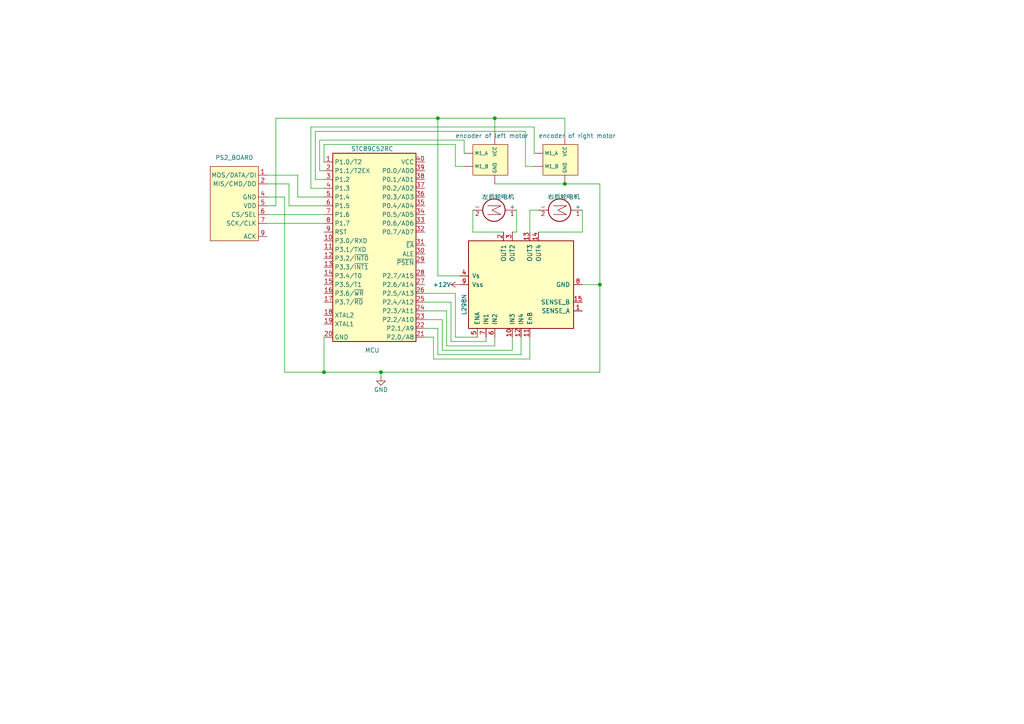
<source format=kicad_sch>
(kicad_sch (version 20211123) (generator eeschema)
  (paper "A4")
  (lib_symbols
    (symbol "Device:Hall-effect_encoders"
      (property "Reference" "U" (at 0 6.35 0))
      (property "Value" "Hall-effect_encoders" (at 0 5.08 0))
      (symbol "Hall-effect_encoders_0_1"
        (rectangle (start -3.81 3.81) (end 6.35 -5.08) (fill (type background)))
      )
      (symbol "Hall-effect_encoders_1_1"
        (pin input line (at 2.54 -7.62 90) (length 2.54) (name "GND") (number ""))
        (pin output line (at -6.35 1.27 0) (length 2.54) (name "M1_A") (number ""))
        (pin output line (at -6.35 -2.54 0) (length 2.54) (name "M1_B") (number ""))
        (pin input line (at 2.54 6.35 270) (length 2.54) (name "VCC") (number ""))
      )
    )
    (symbol "Device:PS2_BOARD"
      (property "Reference" "U" (at 0 -1.27 0))
      (property "Value" "PS2_BOARD" (at 1.27 -2.54 0))
      (symbol "PS2_BOARD_0_1"
        (rectangle (start -7.62 21.59) (end 6.35 0) (fill (type background)))
      )
      (symbol "PS2_BOARD_1_1"
        (pin bidirectional line (at 8.89 19.05 180) (length 2.54) (name "MOS/DATA/DI") (number "1"))
        (pin bidirectional line (at 8.89 16.51 180) (length 2.54) (name "MIS/CMD/DO") (number "2"))
        (pin bidirectional line (at 8.89 12.7 180) (length 2.54) (name "GND") (number "4"))
        (pin bidirectional line (at 8.89 10.16 180) (length 2.54) (name "VDD") (number "5"))
        (pin bidirectional line (at 8.89 7.62 180) (length 2.54) (name "CS/SEL") (number "6"))
        (pin bidirectional line (at 8.89 5.08 180) (length 2.54) (name "SCK/CLK") (number "7"))
        (pin bidirectional line (at 8.89 1.27 180) (length 2.54) (name "ACK") (number "9"))
      )
    )
    (symbol "Driver_Motor:L298N" (pin_names (offset 1.016))
      (property "Reference" "U" (at -10.16 16.51 0))
      (property "Value" "L298N" (at 12.7 16.51 0))
      (symbol "L298N_0_1"
        (rectangle (start -12.7 15.24) (end 12.7 -15.24) (stroke (width 0.254)) (fill (type background)))
      )
      (symbol "L298N_1_1"
        (pin power_in line (at -7.62 -17.78 90) (length 2.54) (name "SENSE_A") (number "1"))
        (pin input line (at -15.24 2.54 0) (length 2.54) (name "IN3") (number "10"))
        (pin input line (at -15.24 -2.54 0) (length 2.54) (name "EnB") (number "11"))
        (pin input line (at -15.24 0 0) (length 2.54) (name "IN4") (number "12"))
        (pin output line (at 15.24 -2.54 180) (length 2.54) (name "OUT3") (number "13"))
        (pin output line (at 15.24 -5.08 180) (length 2.54) (name "OUT4") (number "14"))
        (pin power_in line (at -5.08 -17.78 90) (length 2.54) (name "SENSE_B") (number "15"))
        (pin output line (at 15.24 5.08 180) (length 2.54) (name "OUT1") (number "2"))
        (pin output line (at 15.24 2.54 180) (length 2.54) (name "OUT2") (number "3"))
        (pin power_in line (at 2.54 17.78 270) (length 2.54) (name "Vs") (number "4"))
        (pin input line (at -15.24 12.7 0) (length 2.54) (name "ENA") (number "5"))
        (pin input line (at -15.24 7.62 0) (length 2.54) (name "IN2") (number "6"))
        (pin input line (at -15.24 10.16 0) (length 2.54) (name "IN1") (number "7"))
        (pin power_in line (at 0 -17.78 90) (length 2.54) (name "GND") (number "8"))
        (pin power_in line (at 0 17.78 270) (length 2.54) (name "Vss") (number "9"))
      )
    )
    (symbol "MCU_SiliconLabs:C8052RC"
      (property "Reference" "U" (at -10.16 27.94 0))
      (property "Value" "C8052RC" (at 12.7 27.94 0))
      (symbol "C8052RC_0_1"
        (rectangle (start -13.97 25.4) (end 10.16 -29.21) (stroke (width 0.254)) (fill (type background)))
      )
      (symbol "C8052RC_1_1"
        (pin bidirectional line (at -16.51 22.86 0) (length 2.54) (name "P1.0/T2") (number "1"))
        (pin bidirectional line (at -16.51 0 0) (length 2.54) (name "P3.0/RXD") (number "10"))
        (pin bidirectional line (at -16.51 -2.54 0) (length 2.54) (name "P3.1/TXD") (number "11"))
        (pin bidirectional line (at -16.51 -5.08 0) (length 2.54) (name "P3.2/~{INT0}") (number "12"))
        (pin bidirectional line (at -16.51 -7.62 0) (length 2.54) (name "P3.3/~{INT1}") (number "13"))
        (pin bidirectional line (at -16.51 -10.16 0) (length 2.54) (name "P3.4/T0") (number "14"))
        (pin bidirectional line (at -16.51 -12.7 0) (length 2.54) (name "P3.5/T1") (number "15"))
        (pin bidirectional line (at -16.51 -15.24 0) (length 2.54) (name "P3.6/~{WR}") (number "16"))
        (pin bidirectional line (at -16.51 -17.78 0) (length 2.54) (name "P3.7/~{RD}") (number "17"))
        (pin bidirectional line (at -16.51 -21.59 0) (length 2.54) (name "XTAL2") (number "18"))
        (pin bidirectional line (at -16.51 -24.13 0) (length 2.54) (name "XTAL1") (number "19"))
        (pin bidirectional line (at -16.51 20.32 0) (length 2.54) (name "P1.1/T2EX") (number "2"))
        (pin output line (at -16.51 -27.94 0) (length 2.54) (name "GND") (number "20"))
        (pin bidirectional line (at 12.7 -27.94 180) (length 2.54) (name "P2.0/A8") (number "21"))
        (pin bidirectional line (at 12.7 -25.4 180) (length 2.54) (name "P2.1/A9") (number "22"))
        (pin bidirectional line (at 12.7 -22.86 180) (length 2.54) (name "P2.2/A10") (number "23"))
        (pin bidirectional line (at 12.7 -20.32 180) (length 2.54) (name "P2.3/A11") (number "24"))
        (pin bidirectional line (at 12.7 -17.78 180) (length 2.54) (name "P2.4/A12") (number "25"))
        (pin bidirectional line (at 12.7 -15.24 180) (length 2.54) (name "P2.5/A13") (number "26"))
        (pin bidirectional line (at 12.7 -12.7 180) (length 2.54) (name "P2.6/A14") (number "27"))
        (pin bidirectional line (at 12.7 -10.16 180) (length 2.54) (name "P2.7/A15") (number "28"))
        (pin bidirectional line (at 12.7 -6.35 180) (length 2.54) (name "~{PSEN}") (number "29"))
        (pin bidirectional line (at -16.51 17.78 0) (length 2.54) (name "P1.2") (number "3"))
        (pin bidirectional line (at 12.7 -3.81 180) (length 2.54) (name "ALE") (number "30"))
        (pin bidirectional line (at 12.7 -1.27 180) (length 2.54) (name "~{EA}") (number "31"))
        (pin bidirectional line (at 12.7 2.54 180) (length 2.54) (name "P0.7/AD7") (number "32"))
        (pin bidirectional line (at 12.7 5.08 180) (length 2.54) (name "P0.6/AD6") (number "33"))
        (pin bidirectional line (at 12.7 7.62 180) (length 2.54) (name "P0.5/AD5") (number "34"))
        (pin bidirectional line (at 12.7 10.16 180) (length 2.54) (name "P0.4/AD4") (number "35"))
        (pin bidirectional line (at 12.7 12.7 180) (length 2.54) (name "P0.3/AD3") (number "36"))
        (pin bidirectional line (at 12.7 15.24 180) (length 2.54) (name "P0.2/AD2") (number "37"))
        (pin bidirectional line (at 12.7 17.78 180) (length 2.54) (name "P0.1/AD1") (number "38"))
        (pin bidirectional line (at 12.7 20.32 180) (length 2.54) (name "P0.0/AD0") (number "39"))
        (pin bidirectional line (at -16.51 15.24 0) (length 2.54) (name "P1.3") (number "4"))
        (pin bidirectional line (at 12.7 22.86 180) (length 2.54) (name "VCC") (number "40"))
        (pin bidirectional line (at -16.51 12.7 0) (length 2.54) (name "P1.4") (number "5"))
        (pin bidirectional line (at -16.51 10.16 0) (length 2.54) (name "P1.5") (number "6"))
        (pin bidirectional line (at -16.51 7.62 0) (length 2.54) (name "P1.6") (number "7"))
        (pin bidirectional line (at -16.51 5.08 0) (length 2.54) (name "P1.7") (number "8"))
        (pin input line (at -16.51 2.54 0) (length 2.54) (name "RST") (number "9"))
      )
    )
    (symbol "Motor:Motor_DC" (pin_names (offset 0))
      (property "Reference" "M" (at 2.54 2.54 0))
      (property "Value" "Motor_DC" (at 2.54 -5.08 0))
      (symbol "Motor_DC_0_0"
        (polyline (pts (xy -1.27 -3.302) (xy -1.27 0.508) (xy 0 -2.032) (xy 1.27 0.508) (xy 1.27 -3.302)))
      )
      (symbol "Motor_DC_0_1"
        (circle (center 0 -1.524) (radius 3.2512) (stroke (width 0.254)))
        (polyline (pts (xy 0 -7.62) (xy 0 -7.112)))
        (polyline (pts (xy 0 -4.7752) (xy 0 -5.1816)))
        (polyline (pts (xy 0 1.7272) (xy 0 2.0828)))
        (polyline (pts (xy 0 2.032) (xy 0 2.54)))
      )
      (symbol "Motor_DC_1_1"
        (pin passive line (at 0 5.08 270) (length 2.54) (name "+") (number "1"))
        (pin passive line (at 0 -7.62 90) (length 2.54) (name "-") (number "2"))
      )
    )
    (symbol "power:+12V" (power) (pin_names (offset 0))
      (property "Value" "+12V" (at 0 3.556 0))
      (symbol "+12V_0_1"
        (polyline (pts (xy -0.762 1.27) (xy 0 2.54)))
        (polyline (pts (xy 0 0) (xy 0 2.54)))
        (polyline (pts (xy 0 2.54) (xy 0.762 1.27)))
      )
      (symbol "+12V_1_1"
        (pin power_in line (at 0 0 90) (length 0) hide (name "+12V") (number "1"))
      )
    )
    (symbol "power:GND" (power) (pin_names (offset 0))
      (property "Value" "GND" (at 0 -3.81 0))
      (symbol "GND_0_1"
        (polyline (pts (xy 0 0) (xy 0 -1.27) (xy 1.27 -1.27) (xy 0 -2.54) (xy -1.27 -1.27) (xy 0 -1.27)))
      )
      (symbol "GND_1_1"
        (pin power_in line (at 0 0 270) (length 0) hide (name "GND") (number "1"))
      )
    )
  )
  (junction (at 93.98 107.95))
  (junction (at 143.51 34.29))
  (junction (at 163.83 53.34))
  (junction (at 110.49 107.95))
  (junction (at 127 34.29))
  (junction (at 173.99 82.55))
  (wire (pts (xy 148.59 101.6) (xy 148.59 97.79)))
  (wire (pts (xy 128.27 92.71) (xy 128.27 101.6)))
  (wire (pts (xy 154.94 36.83) (xy 90.17 36.83)))
  (wire (pts (xy 173.99 82.55) (xy 173.99 107.95)))
  (wire (pts (xy 123.19 95.25) (xy 127 95.25)))
  (wire (pts (xy 149.86 60.96) (xy 149.86 67.31)))
  (wire (pts (xy 143.51 100.33) (xy 143.51 97.79)))
  (wire (pts (xy 134.62 44.45) (xy 134.62 40.64)))
  (wire (pts (xy 132.08 85.09) (xy 132.08 97.79)))
  (wire (pts (xy 77.47 57.15) (xy 82.55 57.15)))
  (wire (pts (xy 127 95.25) (xy 127 102.87)))
  (wire (pts (xy 77.47 64.77) (xy 93.98 64.77)))
  (wire (pts (xy 163.83 53.34) (xy 173.99 53.34)))
  (wire (pts (xy 149.86 67.31) (xy 148.59 67.31)))
  (wire (pts (xy 93.98 97.79) (xy 93.98 107.95)))
  (wire (pts (xy 137.16 60.96) (xy 137.16 67.31)))
  (wire (pts (xy 134.62 48.26) (xy 132.08 48.26)))
  (wire (pts (xy 156.21 67.31) (xy 168.91 67.31)))
  (wire (pts (xy 93.98 41.91) (xy 93.98 46.99)))
  (wire (pts (xy 133.35 80.01) (xy 127 80.01)))
  (wire (pts (xy 129.54 90.17) (xy 129.54 100.33)))
  (wire (pts (xy 129.54 100.33) (xy 143.51 100.33)))
  (wire (pts (xy 123.19 90.17) (xy 129.54 90.17)))
  (wire (pts (xy 127 34.29) (xy 143.51 34.29)))
  (wire (pts (xy 143.51 34.29) (xy 143.51 39.37)))
  (wire (pts (xy 90.17 54.61) (xy 93.98 54.61)))
  (wire (pts (xy 168.91 67.31) (xy 168.91 60.96)))
  (wire (pts (xy 128.27 101.6) (xy 148.59 101.6)))
  (wire (pts (xy 154.94 48.26) (xy 152.4 48.26)))
  (wire (pts (xy 83.82 53.34) (xy 83.82 59.69)))
  (wire (pts (xy 173.99 107.95) (xy 110.49 107.95)))
  (wire (pts (xy 127 80.01) (xy 127 34.29)))
  (wire (pts (xy 143.51 53.34) (xy 163.83 53.34)))
  (wire (pts (xy 77.47 53.34) (xy 83.82 53.34)))
  (wire (pts (xy 130.81 99.06) (xy 140.97 99.06)))
  (wire (pts (xy 153.67 60.96) (xy 156.21 60.96)))
  (wire (pts (xy 168.91 82.55) (xy 173.99 82.55)))
  (wire (pts (xy 154.94 44.45) (xy 154.94 36.83)))
  (wire (pts (xy 132.08 48.26) (xy 132.08 41.91)))
  (wire (pts (xy 153.67 104.14) (xy 153.67 97.79)))
  (wire (pts (xy 77.47 50.8) (xy 86.36 50.8)))
  (wire (pts (xy 92.71 40.64) (xy 92.71 49.53)))
  (wire (pts (xy 92.71 49.53) (xy 93.98 49.53)))
  (wire (pts (xy 93.98 107.95) (xy 110.49 107.95)))
  (wire (pts (xy 125.73 97.79) (xy 123.19 97.79)))
  (wire (pts (xy 173.99 53.34) (xy 173.99 82.55)))
  (wire (pts (xy 151.13 102.87) (xy 151.13 97.79)))
  (wire (pts (xy 82.55 57.15) (xy 82.55 107.95)))
  (wire (pts (xy 130.81 87.63) (xy 130.81 99.06)))
  (wire (pts (xy 123.19 92.71) (xy 128.27 92.71)))
  (wire (pts (xy 90.17 36.83) (xy 90.17 54.61)))
  (wire (pts (xy 77.47 62.23) (xy 93.98 62.23)))
  (wire (pts (xy 82.55 107.95) (xy 93.98 107.95)))
  (wire (pts (xy 83.82 59.69) (xy 93.98 59.69)))
  (wire (pts (xy 80.01 34.29) (xy 127 34.29)))
  (wire (pts (xy 86.36 57.15) (xy 93.98 57.15)))
  (wire (pts (xy 125.73 104.14) (xy 153.67 104.14)))
  (wire (pts (xy 125.73 97.79) (xy 125.73 104.14)))
  (wire (pts (xy 143.51 34.29) (xy 163.83 34.29)))
  (wire (pts (xy 92.71 40.64) (xy 134.62 40.64)))
  (wire (pts (xy 137.16 67.31) (xy 146.05 67.31)))
  (wire (pts (xy 86.36 50.8) (xy 86.36 57.15)))
  (wire (pts (xy 123.19 87.63) (xy 130.81 87.63)))
  (wire (pts (xy 110.49 107.95) (xy 110.49 109.22)))
  (wire (pts (xy 163.83 34.29) (xy 163.83 39.37)))
  (wire (pts (xy 153.67 67.31) (xy 153.67 60.96)))
  (wire (pts (xy 91.44 38.1) (xy 91.44 52.07)))
  (wire (pts (xy 140.97 99.06) (xy 140.97 97.79)))
  (wire (pts (xy 91.44 52.07) (xy 93.98 52.07)))
  (wire (pts (xy 132.08 97.79) (xy 138.43 97.79)))
  (wire (pts (xy 80.01 34.29) (xy 80.01 59.69)))
  (wire (pts (xy 77.47 59.69) (xy 80.01 59.69)))
  (wire (pts (xy 123.19 85.09) (xy 132.08 85.09)))
  (wire (pts (xy 91.44 38.1) (xy 152.4 38.1)))
  (wire (pts (xy 127 102.87) (xy 151.13 102.87)))
  (wire (pts (xy 152.4 48.26) (xy 152.4 38.1)))
  (wire (pts (xy 132.08 41.91) (xy 93.98 41.91)))
  (symbol (lib_id "power:GND") (at 110.49 109.22 0) (unit 1)
    (property "Reference" "#PWR?" (effects hide))
    (property "Value" "GND" (at 110.49 113.03 0))
  )
  (symbol (lib_id "MCU_SiliconLabs:C8052RC") (at 110.49 69.85 0) (unit 1)
    (property "Reference" "MCU" (at 107.95 101.6 0))
    (property "Value" "STC89C52RC" (at 107.95 43.18 0))
    (property "Footprint" "Package_QFP:LQFP-32_7x7mm_P0.8mm" (effects hide))
    (property "Datasheet" "https://www.silabs.com/documents/public/data-sheets/C8051F38x.pdf" (effects hide))
  )
  (symbol (lib_id "Motor:Motor_DC") (at 163.83 60.96 270) (mirror x) (unit 1)
    (property "Reference" "M?" (effects hide))
    (property "Value" "右后轮电机" (at 158.75 57.15 90) (effects (justify left)))
  )
  (symbol (lib_id "Device:Hall-effect_encoders") (at 140.97 45.72 0) (unit 1)
    (property "Reference" "U?" (effects hide))
    (property "Value" "encoder of left motor" (at 132.08 39.37 0) (effects (justify left)))
  )
  (symbol (lib_id "power:+12V") (at 133.35 82.55 90) (unit 1)
    (property "Reference" "#PWR?" (effects hide))
    (property "Value" "+12V" (at 130.81 82.55 90) (effects (justify left)))
  )
  (symbol (lib_id "Device:PS2_BOARD") (at 68.58 69.85 0) (unit 1)
    (property "Reference" "U?" (effects hide))
    (property "Value" "PS2_BOARD" (at 67.945 45.72 0))
  )
  (symbol (lib_id "Device:Hall-effect_encoders") (at 161.29 45.72 0) (unit 1)
    (property "Reference" "U?" (effects hide))
    (property "Value" "encoder of right motor" (at 156.21 39.37 0) (effects (justify left)))
  )
  (symbol (lib_id "Driver_Motor:L298N") (at 151.13 82.55 90) (unit 1)
    (property "Reference" "U?" (effects hide))
    (property "Value" "L298N" (at 134.62 91.44 0) (effects (justify left)))
    (property "Footprint" "Package_TO_SOT_THT:TO-220-15_P2.54x2.54mm_StaggerOdd_Lead4.58mm_Vertical" (effects hide))
    (property "Datasheet" "http://www.st.com/st-web-ui/static/active/en/resource/technical/document/datasheet/CD00000240.pdf" (effects hide))
  )
  (symbol (lib_id "Motor:Motor_DC") (at 144.78 60.96 270) (mirror x) (unit 1)
    (property "Reference" "M?" (effects hide))
    (property "Value" "左后轮电机" (at 139.7 57.15 90) (effects (justify left)))
  )
)
</source>
